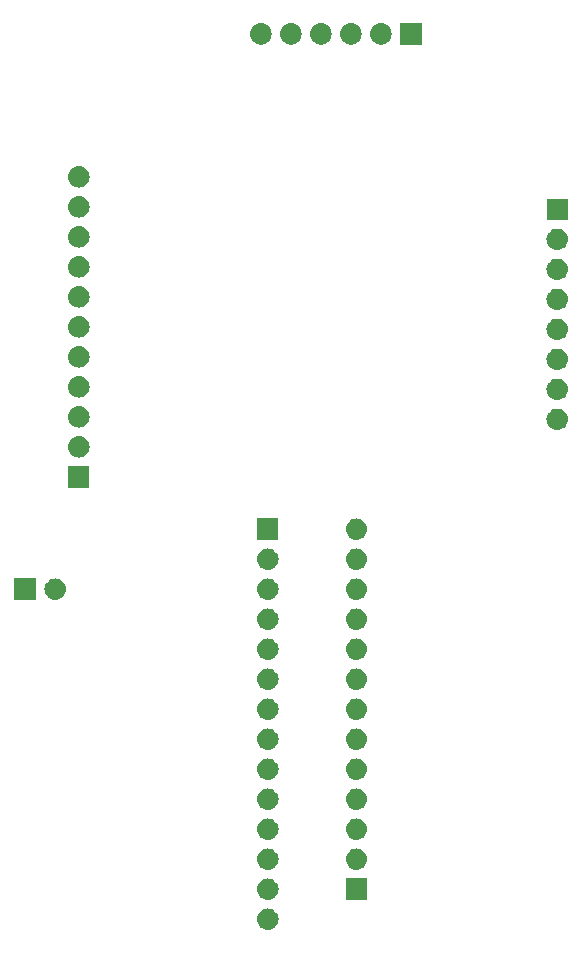
<source format=gbr>
G04 #@! TF.GenerationSoftware,KiCad,Pcbnew,5.1.2*
G04 #@! TF.CreationDate,2019-05-17T11:59:17-05:00*
G04 #@! TF.ProjectId,STM32F411Minimal,53544d33-3246-4343-9131-4d696e696d61,rev?*
G04 #@! TF.SameCoordinates,Original*
G04 #@! TF.FileFunction,Soldermask,Bot*
G04 #@! TF.FilePolarity,Negative*
%FSLAX46Y46*%
G04 Gerber Fmt 4.6, Leading zero omitted, Abs format (unit mm)*
G04 Created by KiCad (PCBNEW 5.1.2) date 2019-05-17 11:59:17*
%MOMM*%
%LPD*%
G04 APERTURE LIST*
%ADD10C,0.100000*%
G04 APERTURE END LIST*
D10*
G36*
X132110443Y-155545519D02*
G01*
X132176627Y-155552037D01*
X132346466Y-155603557D01*
X132502991Y-155687222D01*
X132538729Y-155716552D01*
X132640186Y-155799814D01*
X132723448Y-155901271D01*
X132752778Y-155937009D01*
X132836443Y-156093534D01*
X132887963Y-156263373D01*
X132905359Y-156440000D01*
X132887963Y-156616627D01*
X132836443Y-156786466D01*
X132752778Y-156942991D01*
X132723448Y-156978729D01*
X132640186Y-157080186D01*
X132538729Y-157163448D01*
X132502991Y-157192778D01*
X132346466Y-157276443D01*
X132176627Y-157327963D01*
X132110443Y-157334481D01*
X132044260Y-157341000D01*
X131955740Y-157341000D01*
X131889557Y-157334481D01*
X131823373Y-157327963D01*
X131653534Y-157276443D01*
X131497009Y-157192778D01*
X131461271Y-157163448D01*
X131359814Y-157080186D01*
X131276552Y-156978729D01*
X131247222Y-156942991D01*
X131163557Y-156786466D01*
X131112037Y-156616627D01*
X131094641Y-156440000D01*
X131112037Y-156263373D01*
X131163557Y-156093534D01*
X131247222Y-155937009D01*
X131276552Y-155901271D01*
X131359814Y-155799814D01*
X131461271Y-155716552D01*
X131497009Y-155687222D01*
X131653534Y-155603557D01*
X131823373Y-155552037D01*
X131889557Y-155545519D01*
X131955740Y-155539000D01*
X132044260Y-155539000D01*
X132110443Y-155545519D01*
X132110443Y-155545519D01*
G37*
G36*
X140401000Y-154801000D02*
G01*
X138599000Y-154801000D01*
X138599000Y-152999000D01*
X140401000Y-152999000D01*
X140401000Y-154801000D01*
X140401000Y-154801000D01*
G37*
G36*
X132110443Y-153005519D02*
G01*
X132176627Y-153012037D01*
X132346466Y-153063557D01*
X132502991Y-153147222D01*
X132538729Y-153176552D01*
X132640186Y-153259814D01*
X132723448Y-153361271D01*
X132752778Y-153397009D01*
X132836443Y-153553534D01*
X132887963Y-153723373D01*
X132905359Y-153900000D01*
X132887963Y-154076627D01*
X132836443Y-154246466D01*
X132752778Y-154402991D01*
X132723448Y-154438729D01*
X132640186Y-154540186D01*
X132538729Y-154623448D01*
X132502991Y-154652778D01*
X132346466Y-154736443D01*
X132176627Y-154787963D01*
X132110443Y-154794481D01*
X132044260Y-154801000D01*
X131955740Y-154801000D01*
X131889557Y-154794481D01*
X131823373Y-154787963D01*
X131653534Y-154736443D01*
X131497009Y-154652778D01*
X131461271Y-154623448D01*
X131359814Y-154540186D01*
X131276552Y-154438729D01*
X131247222Y-154402991D01*
X131163557Y-154246466D01*
X131112037Y-154076627D01*
X131094641Y-153900000D01*
X131112037Y-153723373D01*
X131163557Y-153553534D01*
X131247222Y-153397009D01*
X131276552Y-153361271D01*
X131359814Y-153259814D01*
X131461271Y-153176552D01*
X131497009Y-153147222D01*
X131653534Y-153063557D01*
X131823373Y-153012037D01*
X131889557Y-153005519D01*
X131955740Y-152999000D01*
X132044260Y-152999000D01*
X132110443Y-153005519D01*
X132110443Y-153005519D01*
G37*
G36*
X139610442Y-150465518D02*
G01*
X139676627Y-150472037D01*
X139846466Y-150523557D01*
X140002991Y-150607222D01*
X140038729Y-150636552D01*
X140140186Y-150719814D01*
X140223448Y-150821271D01*
X140252778Y-150857009D01*
X140336443Y-151013534D01*
X140387963Y-151183373D01*
X140405359Y-151360000D01*
X140387963Y-151536627D01*
X140336443Y-151706466D01*
X140252778Y-151862991D01*
X140223448Y-151898729D01*
X140140186Y-152000186D01*
X140038729Y-152083448D01*
X140002991Y-152112778D01*
X139846466Y-152196443D01*
X139676627Y-152247963D01*
X139610442Y-152254482D01*
X139544260Y-152261000D01*
X139455740Y-152261000D01*
X139389558Y-152254482D01*
X139323373Y-152247963D01*
X139153534Y-152196443D01*
X138997009Y-152112778D01*
X138961271Y-152083448D01*
X138859814Y-152000186D01*
X138776552Y-151898729D01*
X138747222Y-151862991D01*
X138663557Y-151706466D01*
X138612037Y-151536627D01*
X138594641Y-151360000D01*
X138612037Y-151183373D01*
X138663557Y-151013534D01*
X138747222Y-150857009D01*
X138776552Y-150821271D01*
X138859814Y-150719814D01*
X138961271Y-150636552D01*
X138997009Y-150607222D01*
X139153534Y-150523557D01*
X139323373Y-150472037D01*
X139389558Y-150465518D01*
X139455740Y-150459000D01*
X139544260Y-150459000D01*
X139610442Y-150465518D01*
X139610442Y-150465518D01*
G37*
G36*
X132110442Y-150465518D02*
G01*
X132176627Y-150472037D01*
X132346466Y-150523557D01*
X132502991Y-150607222D01*
X132538729Y-150636552D01*
X132640186Y-150719814D01*
X132723448Y-150821271D01*
X132752778Y-150857009D01*
X132836443Y-151013534D01*
X132887963Y-151183373D01*
X132905359Y-151360000D01*
X132887963Y-151536627D01*
X132836443Y-151706466D01*
X132752778Y-151862991D01*
X132723448Y-151898729D01*
X132640186Y-152000186D01*
X132538729Y-152083448D01*
X132502991Y-152112778D01*
X132346466Y-152196443D01*
X132176627Y-152247963D01*
X132110442Y-152254482D01*
X132044260Y-152261000D01*
X131955740Y-152261000D01*
X131889558Y-152254482D01*
X131823373Y-152247963D01*
X131653534Y-152196443D01*
X131497009Y-152112778D01*
X131461271Y-152083448D01*
X131359814Y-152000186D01*
X131276552Y-151898729D01*
X131247222Y-151862991D01*
X131163557Y-151706466D01*
X131112037Y-151536627D01*
X131094641Y-151360000D01*
X131112037Y-151183373D01*
X131163557Y-151013534D01*
X131247222Y-150857009D01*
X131276552Y-150821271D01*
X131359814Y-150719814D01*
X131461271Y-150636552D01*
X131497009Y-150607222D01*
X131653534Y-150523557D01*
X131823373Y-150472037D01*
X131889558Y-150465518D01*
X131955740Y-150459000D01*
X132044260Y-150459000D01*
X132110442Y-150465518D01*
X132110442Y-150465518D01*
G37*
G36*
X132110442Y-147925518D02*
G01*
X132176627Y-147932037D01*
X132346466Y-147983557D01*
X132502991Y-148067222D01*
X132538729Y-148096552D01*
X132640186Y-148179814D01*
X132723448Y-148281271D01*
X132752778Y-148317009D01*
X132836443Y-148473534D01*
X132887963Y-148643373D01*
X132905359Y-148820000D01*
X132887963Y-148996627D01*
X132836443Y-149166466D01*
X132752778Y-149322991D01*
X132723448Y-149358729D01*
X132640186Y-149460186D01*
X132538729Y-149543448D01*
X132502991Y-149572778D01*
X132346466Y-149656443D01*
X132176627Y-149707963D01*
X132110442Y-149714482D01*
X132044260Y-149721000D01*
X131955740Y-149721000D01*
X131889558Y-149714482D01*
X131823373Y-149707963D01*
X131653534Y-149656443D01*
X131497009Y-149572778D01*
X131461271Y-149543448D01*
X131359814Y-149460186D01*
X131276552Y-149358729D01*
X131247222Y-149322991D01*
X131163557Y-149166466D01*
X131112037Y-148996627D01*
X131094641Y-148820000D01*
X131112037Y-148643373D01*
X131163557Y-148473534D01*
X131247222Y-148317009D01*
X131276552Y-148281271D01*
X131359814Y-148179814D01*
X131461271Y-148096552D01*
X131497009Y-148067222D01*
X131653534Y-147983557D01*
X131823373Y-147932037D01*
X131889558Y-147925518D01*
X131955740Y-147919000D01*
X132044260Y-147919000D01*
X132110442Y-147925518D01*
X132110442Y-147925518D01*
G37*
G36*
X139610442Y-147925518D02*
G01*
X139676627Y-147932037D01*
X139846466Y-147983557D01*
X140002991Y-148067222D01*
X140038729Y-148096552D01*
X140140186Y-148179814D01*
X140223448Y-148281271D01*
X140252778Y-148317009D01*
X140336443Y-148473534D01*
X140387963Y-148643373D01*
X140405359Y-148820000D01*
X140387963Y-148996627D01*
X140336443Y-149166466D01*
X140252778Y-149322991D01*
X140223448Y-149358729D01*
X140140186Y-149460186D01*
X140038729Y-149543448D01*
X140002991Y-149572778D01*
X139846466Y-149656443D01*
X139676627Y-149707963D01*
X139610442Y-149714482D01*
X139544260Y-149721000D01*
X139455740Y-149721000D01*
X139389558Y-149714482D01*
X139323373Y-149707963D01*
X139153534Y-149656443D01*
X138997009Y-149572778D01*
X138961271Y-149543448D01*
X138859814Y-149460186D01*
X138776552Y-149358729D01*
X138747222Y-149322991D01*
X138663557Y-149166466D01*
X138612037Y-148996627D01*
X138594641Y-148820000D01*
X138612037Y-148643373D01*
X138663557Y-148473534D01*
X138747222Y-148317009D01*
X138776552Y-148281271D01*
X138859814Y-148179814D01*
X138961271Y-148096552D01*
X138997009Y-148067222D01*
X139153534Y-147983557D01*
X139323373Y-147932037D01*
X139389558Y-147925518D01*
X139455740Y-147919000D01*
X139544260Y-147919000D01*
X139610442Y-147925518D01*
X139610442Y-147925518D01*
G37*
G36*
X139610443Y-145385519D02*
G01*
X139676627Y-145392037D01*
X139846466Y-145443557D01*
X140002991Y-145527222D01*
X140038729Y-145556552D01*
X140140186Y-145639814D01*
X140223448Y-145741271D01*
X140252778Y-145777009D01*
X140336443Y-145933534D01*
X140387963Y-146103373D01*
X140405359Y-146280000D01*
X140387963Y-146456627D01*
X140336443Y-146626466D01*
X140252778Y-146782991D01*
X140223448Y-146818729D01*
X140140186Y-146920186D01*
X140038729Y-147003448D01*
X140002991Y-147032778D01*
X139846466Y-147116443D01*
X139676627Y-147167963D01*
X139610443Y-147174481D01*
X139544260Y-147181000D01*
X139455740Y-147181000D01*
X139389557Y-147174481D01*
X139323373Y-147167963D01*
X139153534Y-147116443D01*
X138997009Y-147032778D01*
X138961271Y-147003448D01*
X138859814Y-146920186D01*
X138776552Y-146818729D01*
X138747222Y-146782991D01*
X138663557Y-146626466D01*
X138612037Y-146456627D01*
X138594641Y-146280000D01*
X138612037Y-146103373D01*
X138663557Y-145933534D01*
X138747222Y-145777009D01*
X138776552Y-145741271D01*
X138859814Y-145639814D01*
X138961271Y-145556552D01*
X138997009Y-145527222D01*
X139153534Y-145443557D01*
X139323373Y-145392037D01*
X139389557Y-145385519D01*
X139455740Y-145379000D01*
X139544260Y-145379000D01*
X139610443Y-145385519D01*
X139610443Y-145385519D01*
G37*
G36*
X132110443Y-145385519D02*
G01*
X132176627Y-145392037D01*
X132346466Y-145443557D01*
X132502991Y-145527222D01*
X132538729Y-145556552D01*
X132640186Y-145639814D01*
X132723448Y-145741271D01*
X132752778Y-145777009D01*
X132836443Y-145933534D01*
X132887963Y-146103373D01*
X132905359Y-146280000D01*
X132887963Y-146456627D01*
X132836443Y-146626466D01*
X132752778Y-146782991D01*
X132723448Y-146818729D01*
X132640186Y-146920186D01*
X132538729Y-147003448D01*
X132502991Y-147032778D01*
X132346466Y-147116443D01*
X132176627Y-147167963D01*
X132110443Y-147174481D01*
X132044260Y-147181000D01*
X131955740Y-147181000D01*
X131889557Y-147174481D01*
X131823373Y-147167963D01*
X131653534Y-147116443D01*
X131497009Y-147032778D01*
X131461271Y-147003448D01*
X131359814Y-146920186D01*
X131276552Y-146818729D01*
X131247222Y-146782991D01*
X131163557Y-146626466D01*
X131112037Y-146456627D01*
X131094641Y-146280000D01*
X131112037Y-146103373D01*
X131163557Y-145933534D01*
X131247222Y-145777009D01*
X131276552Y-145741271D01*
X131359814Y-145639814D01*
X131461271Y-145556552D01*
X131497009Y-145527222D01*
X131653534Y-145443557D01*
X131823373Y-145392037D01*
X131889557Y-145385519D01*
X131955740Y-145379000D01*
X132044260Y-145379000D01*
X132110443Y-145385519D01*
X132110443Y-145385519D01*
G37*
G36*
X132110442Y-142845518D02*
G01*
X132176627Y-142852037D01*
X132346466Y-142903557D01*
X132502991Y-142987222D01*
X132538729Y-143016552D01*
X132640186Y-143099814D01*
X132723448Y-143201271D01*
X132752778Y-143237009D01*
X132836443Y-143393534D01*
X132887963Y-143563373D01*
X132905359Y-143740000D01*
X132887963Y-143916627D01*
X132836443Y-144086466D01*
X132752778Y-144242991D01*
X132723448Y-144278729D01*
X132640186Y-144380186D01*
X132538729Y-144463448D01*
X132502991Y-144492778D01*
X132346466Y-144576443D01*
X132176627Y-144627963D01*
X132110442Y-144634482D01*
X132044260Y-144641000D01*
X131955740Y-144641000D01*
X131889558Y-144634482D01*
X131823373Y-144627963D01*
X131653534Y-144576443D01*
X131497009Y-144492778D01*
X131461271Y-144463448D01*
X131359814Y-144380186D01*
X131276552Y-144278729D01*
X131247222Y-144242991D01*
X131163557Y-144086466D01*
X131112037Y-143916627D01*
X131094641Y-143740000D01*
X131112037Y-143563373D01*
X131163557Y-143393534D01*
X131247222Y-143237009D01*
X131276552Y-143201271D01*
X131359814Y-143099814D01*
X131461271Y-143016552D01*
X131497009Y-142987222D01*
X131653534Y-142903557D01*
X131823373Y-142852037D01*
X131889558Y-142845518D01*
X131955740Y-142839000D01*
X132044260Y-142839000D01*
X132110442Y-142845518D01*
X132110442Y-142845518D01*
G37*
G36*
X139610442Y-142845518D02*
G01*
X139676627Y-142852037D01*
X139846466Y-142903557D01*
X140002991Y-142987222D01*
X140038729Y-143016552D01*
X140140186Y-143099814D01*
X140223448Y-143201271D01*
X140252778Y-143237009D01*
X140336443Y-143393534D01*
X140387963Y-143563373D01*
X140405359Y-143740000D01*
X140387963Y-143916627D01*
X140336443Y-144086466D01*
X140252778Y-144242991D01*
X140223448Y-144278729D01*
X140140186Y-144380186D01*
X140038729Y-144463448D01*
X140002991Y-144492778D01*
X139846466Y-144576443D01*
X139676627Y-144627963D01*
X139610442Y-144634482D01*
X139544260Y-144641000D01*
X139455740Y-144641000D01*
X139389558Y-144634482D01*
X139323373Y-144627963D01*
X139153534Y-144576443D01*
X138997009Y-144492778D01*
X138961271Y-144463448D01*
X138859814Y-144380186D01*
X138776552Y-144278729D01*
X138747222Y-144242991D01*
X138663557Y-144086466D01*
X138612037Y-143916627D01*
X138594641Y-143740000D01*
X138612037Y-143563373D01*
X138663557Y-143393534D01*
X138747222Y-143237009D01*
X138776552Y-143201271D01*
X138859814Y-143099814D01*
X138961271Y-143016552D01*
X138997009Y-142987222D01*
X139153534Y-142903557D01*
X139323373Y-142852037D01*
X139389558Y-142845518D01*
X139455740Y-142839000D01*
X139544260Y-142839000D01*
X139610442Y-142845518D01*
X139610442Y-142845518D01*
G37*
G36*
X132110442Y-140305518D02*
G01*
X132176627Y-140312037D01*
X132346466Y-140363557D01*
X132502991Y-140447222D01*
X132538729Y-140476552D01*
X132640186Y-140559814D01*
X132723448Y-140661271D01*
X132752778Y-140697009D01*
X132836443Y-140853534D01*
X132887963Y-141023373D01*
X132905359Y-141200000D01*
X132887963Y-141376627D01*
X132836443Y-141546466D01*
X132752778Y-141702991D01*
X132723448Y-141738729D01*
X132640186Y-141840186D01*
X132538729Y-141923448D01*
X132502991Y-141952778D01*
X132346466Y-142036443D01*
X132176627Y-142087963D01*
X132110442Y-142094482D01*
X132044260Y-142101000D01*
X131955740Y-142101000D01*
X131889558Y-142094482D01*
X131823373Y-142087963D01*
X131653534Y-142036443D01*
X131497009Y-141952778D01*
X131461271Y-141923448D01*
X131359814Y-141840186D01*
X131276552Y-141738729D01*
X131247222Y-141702991D01*
X131163557Y-141546466D01*
X131112037Y-141376627D01*
X131094641Y-141200000D01*
X131112037Y-141023373D01*
X131163557Y-140853534D01*
X131247222Y-140697009D01*
X131276552Y-140661271D01*
X131359814Y-140559814D01*
X131461271Y-140476552D01*
X131497009Y-140447222D01*
X131653534Y-140363557D01*
X131823373Y-140312037D01*
X131889558Y-140305518D01*
X131955740Y-140299000D01*
X132044260Y-140299000D01*
X132110442Y-140305518D01*
X132110442Y-140305518D01*
G37*
G36*
X139610442Y-140305518D02*
G01*
X139676627Y-140312037D01*
X139846466Y-140363557D01*
X140002991Y-140447222D01*
X140038729Y-140476552D01*
X140140186Y-140559814D01*
X140223448Y-140661271D01*
X140252778Y-140697009D01*
X140336443Y-140853534D01*
X140387963Y-141023373D01*
X140405359Y-141200000D01*
X140387963Y-141376627D01*
X140336443Y-141546466D01*
X140252778Y-141702991D01*
X140223448Y-141738729D01*
X140140186Y-141840186D01*
X140038729Y-141923448D01*
X140002991Y-141952778D01*
X139846466Y-142036443D01*
X139676627Y-142087963D01*
X139610442Y-142094482D01*
X139544260Y-142101000D01*
X139455740Y-142101000D01*
X139389558Y-142094482D01*
X139323373Y-142087963D01*
X139153534Y-142036443D01*
X138997009Y-141952778D01*
X138961271Y-141923448D01*
X138859814Y-141840186D01*
X138776552Y-141738729D01*
X138747222Y-141702991D01*
X138663557Y-141546466D01*
X138612037Y-141376627D01*
X138594641Y-141200000D01*
X138612037Y-141023373D01*
X138663557Y-140853534D01*
X138747222Y-140697009D01*
X138776552Y-140661271D01*
X138859814Y-140559814D01*
X138961271Y-140476552D01*
X138997009Y-140447222D01*
X139153534Y-140363557D01*
X139323373Y-140312037D01*
X139389558Y-140305518D01*
X139455740Y-140299000D01*
X139544260Y-140299000D01*
X139610442Y-140305518D01*
X139610442Y-140305518D01*
G37*
G36*
X132110443Y-137765519D02*
G01*
X132176627Y-137772037D01*
X132346466Y-137823557D01*
X132502991Y-137907222D01*
X132538729Y-137936552D01*
X132640186Y-138019814D01*
X132723448Y-138121271D01*
X132752778Y-138157009D01*
X132836443Y-138313534D01*
X132887963Y-138483373D01*
X132905359Y-138660000D01*
X132887963Y-138836627D01*
X132836443Y-139006466D01*
X132752778Y-139162991D01*
X132723448Y-139198729D01*
X132640186Y-139300186D01*
X132538729Y-139383448D01*
X132502991Y-139412778D01*
X132346466Y-139496443D01*
X132176627Y-139547963D01*
X132110443Y-139554481D01*
X132044260Y-139561000D01*
X131955740Y-139561000D01*
X131889557Y-139554481D01*
X131823373Y-139547963D01*
X131653534Y-139496443D01*
X131497009Y-139412778D01*
X131461271Y-139383448D01*
X131359814Y-139300186D01*
X131276552Y-139198729D01*
X131247222Y-139162991D01*
X131163557Y-139006466D01*
X131112037Y-138836627D01*
X131094641Y-138660000D01*
X131112037Y-138483373D01*
X131163557Y-138313534D01*
X131247222Y-138157009D01*
X131276552Y-138121271D01*
X131359814Y-138019814D01*
X131461271Y-137936552D01*
X131497009Y-137907222D01*
X131653534Y-137823557D01*
X131823373Y-137772037D01*
X131889557Y-137765519D01*
X131955740Y-137759000D01*
X132044260Y-137759000D01*
X132110443Y-137765519D01*
X132110443Y-137765519D01*
G37*
G36*
X139610443Y-137765519D02*
G01*
X139676627Y-137772037D01*
X139846466Y-137823557D01*
X140002991Y-137907222D01*
X140038729Y-137936552D01*
X140140186Y-138019814D01*
X140223448Y-138121271D01*
X140252778Y-138157009D01*
X140336443Y-138313534D01*
X140387963Y-138483373D01*
X140405359Y-138660000D01*
X140387963Y-138836627D01*
X140336443Y-139006466D01*
X140252778Y-139162991D01*
X140223448Y-139198729D01*
X140140186Y-139300186D01*
X140038729Y-139383448D01*
X140002991Y-139412778D01*
X139846466Y-139496443D01*
X139676627Y-139547963D01*
X139610443Y-139554481D01*
X139544260Y-139561000D01*
X139455740Y-139561000D01*
X139389557Y-139554481D01*
X139323373Y-139547963D01*
X139153534Y-139496443D01*
X138997009Y-139412778D01*
X138961271Y-139383448D01*
X138859814Y-139300186D01*
X138776552Y-139198729D01*
X138747222Y-139162991D01*
X138663557Y-139006466D01*
X138612037Y-138836627D01*
X138594641Y-138660000D01*
X138612037Y-138483373D01*
X138663557Y-138313534D01*
X138747222Y-138157009D01*
X138776552Y-138121271D01*
X138859814Y-138019814D01*
X138961271Y-137936552D01*
X138997009Y-137907222D01*
X139153534Y-137823557D01*
X139323373Y-137772037D01*
X139389557Y-137765519D01*
X139455740Y-137759000D01*
X139544260Y-137759000D01*
X139610443Y-137765519D01*
X139610443Y-137765519D01*
G37*
G36*
X132110443Y-135225519D02*
G01*
X132176627Y-135232037D01*
X132346466Y-135283557D01*
X132502991Y-135367222D01*
X132538729Y-135396552D01*
X132640186Y-135479814D01*
X132723448Y-135581271D01*
X132752778Y-135617009D01*
X132836443Y-135773534D01*
X132887963Y-135943373D01*
X132905359Y-136120000D01*
X132887963Y-136296627D01*
X132836443Y-136466466D01*
X132752778Y-136622991D01*
X132723448Y-136658729D01*
X132640186Y-136760186D01*
X132538729Y-136843448D01*
X132502991Y-136872778D01*
X132346466Y-136956443D01*
X132176627Y-137007963D01*
X132110442Y-137014482D01*
X132044260Y-137021000D01*
X131955740Y-137021000D01*
X131889558Y-137014482D01*
X131823373Y-137007963D01*
X131653534Y-136956443D01*
X131497009Y-136872778D01*
X131461271Y-136843448D01*
X131359814Y-136760186D01*
X131276552Y-136658729D01*
X131247222Y-136622991D01*
X131163557Y-136466466D01*
X131112037Y-136296627D01*
X131094641Y-136120000D01*
X131112037Y-135943373D01*
X131163557Y-135773534D01*
X131247222Y-135617009D01*
X131276552Y-135581271D01*
X131359814Y-135479814D01*
X131461271Y-135396552D01*
X131497009Y-135367222D01*
X131653534Y-135283557D01*
X131823373Y-135232037D01*
X131889557Y-135225519D01*
X131955740Y-135219000D01*
X132044260Y-135219000D01*
X132110443Y-135225519D01*
X132110443Y-135225519D01*
G37*
G36*
X139610443Y-135225519D02*
G01*
X139676627Y-135232037D01*
X139846466Y-135283557D01*
X140002991Y-135367222D01*
X140038729Y-135396552D01*
X140140186Y-135479814D01*
X140223448Y-135581271D01*
X140252778Y-135617009D01*
X140336443Y-135773534D01*
X140387963Y-135943373D01*
X140405359Y-136120000D01*
X140387963Y-136296627D01*
X140336443Y-136466466D01*
X140252778Y-136622991D01*
X140223448Y-136658729D01*
X140140186Y-136760186D01*
X140038729Y-136843448D01*
X140002991Y-136872778D01*
X139846466Y-136956443D01*
X139676627Y-137007963D01*
X139610442Y-137014482D01*
X139544260Y-137021000D01*
X139455740Y-137021000D01*
X139389558Y-137014482D01*
X139323373Y-137007963D01*
X139153534Y-136956443D01*
X138997009Y-136872778D01*
X138961271Y-136843448D01*
X138859814Y-136760186D01*
X138776552Y-136658729D01*
X138747222Y-136622991D01*
X138663557Y-136466466D01*
X138612037Y-136296627D01*
X138594641Y-136120000D01*
X138612037Y-135943373D01*
X138663557Y-135773534D01*
X138747222Y-135617009D01*
X138776552Y-135581271D01*
X138859814Y-135479814D01*
X138961271Y-135396552D01*
X138997009Y-135367222D01*
X139153534Y-135283557D01*
X139323373Y-135232037D01*
X139389557Y-135225519D01*
X139455740Y-135219000D01*
X139544260Y-135219000D01*
X139610443Y-135225519D01*
X139610443Y-135225519D01*
G37*
G36*
X132110443Y-132685519D02*
G01*
X132176627Y-132692037D01*
X132346466Y-132743557D01*
X132502991Y-132827222D01*
X132538729Y-132856552D01*
X132640186Y-132939814D01*
X132723448Y-133041271D01*
X132752778Y-133077009D01*
X132836443Y-133233534D01*
X132887963Y-133403373D01*
X132905359Y-133580000D01*
X132887963Y-133756627D01*
X132836443Y-133926466D01*
X132752778Y-134082991D01*
X132723448Y-134118729D01*
X132640186Y-134220186D01*
X132538729Y-134303448D01*
X132502991Y-134332778D01*
X132346466Y-134416443D01*
X132176627Y-134467963D01*
X132110443Y-134474481D01*
X132044260Y-134481000D01*
X131955740Y-134481000D01*
X131889557Y-134474481D01*
X131823373Y-134467963D01*
X131653534Y-134416443D01*
X131497009Y-134332778D01*
X131461271Y-134303448D01*
X131359814Y-134220186D01*
X131276552Y-134118729D01*
X131247222Y-134082991D01*
X131163557Y-133926466D01*
X131112037Y-133756627D01*
X131094641Y-133580000D01*
X131112037Y-133403373D01*
X131163557Y-133233534D01*
X131247222Y-133077009D01*
X131276552Y-133041271D01*
X131359814Y-132939814D01*
X131461271Y-132856552D01*
X131497009Y-132827222D01*
X131653534Y-132743557D01*
X131823373Y-132692037D01*
X131889557Y-132685519D01*
X131955740Y-132679000D01*
X132044260Y-132679000D01*
X132110443Y-132685519D01*
X132110443Y-132685519D01*
G37*
G36*
X139610443Y-132685519D02*
G01*
X139676627Y-132692037D01*
X139846466Y-132743557D01*
X140002991Y-132827222D01*
X140038729Y-132856552D01*
X140140186Y-132939814D01*
X140223448Y-133041271D01*
X140252778Y-133077009D01*
X140336443Y-133233534D01*
X140387963Y-133403373D01*
X140405359Y-133580000D01*
X140387963Y-133756627D01*
X140336443Y-133926466D01*
X140252778Y-134082991D01*
X140223448Y-134118729D01*
X140140186Y-134220186D01*
X140038729Y-134303448D01*
X140002991Y-134332778D01*
X139846466Y-134416443D01*
X139676627Y-134467963D01*
X139610443Y-134474481D01*
X139544260Y-134481000D01*
X139455740Y-134481000D01*
X139389557Y-134474481D01*
X139323373Y-134467963D01*
X139153534Y-134416443D01*
X138997009Y-134332778D01*
X138961271Y-134303448D01*
X138859814Y-134220186D01*
X138776552Y-134118729D01*
X138747222Y-134082991D01*
X138663557Y-133926466D01*
X138612037Y-133756627D01*
X138594641Y-133580000D01*
X138612037Y-133403373D01*
X138663557Y-133233534D01*
X138747222Y-133077009D01*
X138776552Y-133041271D01*
X138859814Y-132939814D01*
X138961271Y-132856552D01*
X138997009Y-132827222D01*
X139153534Y-132743557D01*
X139323373Y-132692037D01*
X139389557Y-132685519D01*
X139455740Y-132679000D01*
X139544260Y-132679000D01*
X139610443Y-132685519D01*
X139610443Y-132685519D01*
G37*
G36*
X139610442Y-130145518D02*
G01*
X139676627Y-130152037D01*
X139846466Y-130203557D01*
X140002991Y-130287222D01*
X140038729Y-130316552D01*
X140140186Y-130399814D01*
X140223448Y-130501271D01*
X140252778Y-130537009D01*
X140336443Y-130693534D01*
X140387963Y-130863373D01*
X140405359Y-131040000D01*
X140387963Y-131216627D01*
X140336443Y-131386466D01*
X140252778Y-131542991D01*
X140223448Y-131578729D01*
X140140186Y-131680186D01*
X140038729Y-131763448D01*
X140002991Y-131792778D01*
X139846466Y-131876443D01*
X139676627Y-131927963D01*
X139610443Y-131934481D01*
X139544260Y-131941000D01*
X139455740Y-131941000D01*
X139389557Y-131934481D01*
X139323373Y-131927963D01*
X139153534Y-131876443D01*
X138997009Y-131792778D01*
X138961271Y-131763448D01*
X138859814Y-131680186D01*
X138776552Y-131578729D01*
X138747222Y-131542991D01*
X138663557Y-131386466D01*
X138612037Y-131216627D01*
X138594641Y-131040000D01*
X138612037Y-130863373D01*
X138663557Y-130693534D01*
X138747222Y-130537009D01*
X138776552Y-130501271D01*
X138859814Y-130399814D01*
X138961271Y-130316552D01*
X138997009Y-130287222D01*
X139153534Y-130203557D01*
X139323373Y-130152037D01*
X139389558Y-130145518D01*
X139455740Y-130139000D01*
X139544260Y-130139000D01*
X139610442Y-130145518D01*
X139610442Y-130145518D01*
G37*
G36*
X132110442Y-130145518D02*
G01*
X132176627Y-130152037D01*
X132346466Y-130203557D01*
X132502991Y-130287222D01*
X132538729Y-130316552D01*
X132640186Y-130399814D01*
X132723448Y-130501271D01*
X132752778Y-130537009D01*
X132836443Y-130693534D01*
X132887963Y-130863373D01*
X132905359Y-131040000D01*
X132887963Y-131216627D01*
X132836443Y-131386466D01*
X132752778Y-131542991D01*
X132723448Y-131578729D01*
X132640186Y-131680186D01*
X132538729Y-131763448D01*
X132502991Y-131792778D01*
X132346466Y-131876443D01*
X132176627Y-131927963D01*
X132110443Y-131934481D01*
X132044260Y-131941000D01*
X131955740Y-131941000D01*
X131889557Y-131934481D01*
X131823373Y-131927963D01*
X131653534Y-131876443D01*
X131497009Y-131792778D01*
X131461271Y-131763448D01*
X131359814Y-131680186D01*
X131276552Y-131578729D01*
X131247222Y-131542991D01*
X131163557Y-131386466D01*
X131112037Y-131216627D01*
X131094641Y-131040000D01*
X131112037Y-130863373D01*
X131163557Y-130693534D01*
X131247222Y-130537009D01*
X131276552Y-130501271D01*
X131359814Y-130399814D01*
X131461271Y-130316552D01*
X131497009Y-130287222D01*
X131653534Y-130203557D01*
X131823373Y-130152037D01*
X131889558Y-130145518D01*
X131955740Y-130139000D01*
X132044260Y-130139000D01*
X132110442Y-130145518D01*
X132110442Y-130145518D01*
G37*
G36*
X114100442Y-127605518D02*
G01*
X114166627Y-127612037D01*
X114336466Y-127663557D01*
X114492991Y-127747222D01*
X114528729Y-127776552D01*
X114630186Y-127859814D01*
X114713448Y-127961271D01*
X114742778Y-127997009D01*
X114826443Y-128153534D01*
X114877963Y-128323373D01*
X114895359Y-128500000D01*
X114877963Y-128676627D01*
X114826443Y-128846466D01*
X114742778Y-129002991D01*
X114713448Y-129038729D01*
X114630186Y-129140186D01*
X114528729Y-129223448D01*
X114492991Y-129252778D01*
X114336466Y-129336443D01*
X114166627Y-129387963D01*
X114100442Y-129394482D01*
X114034260Y-129401000D01*
X113945740Y-129401000D01*
X113879558Y-129394482D01*
X113813373Y-129387963D01*
X113643534Y-129336443D01*
X113487009Y-129252778D01*
X113451271Y-129223448D01*
X113349814Y-129140186D01*
X113266552Y-129038729D01*
X113237222Y-129002991D01*
X113153557Y-128846466D01*
X113102037Y-128676627D01*
X113084641Y-128500000D01*
X113102037Y-128323373D01*
X113153557Y-128153534D01*
X113237222Y-127997009D01*
X113266552Y-127961271D01*
X113349814Y-127859814D01*
X113451271Y-127776552D01*
X113487009Y-127747222D01*
X113643534Y-127663557D01*
X113813373Y-127612037D01*
X113879558Y-127605518D01*
X113945740Y-127599000D01*
X114034260Y-127599000D01*
X114100442Y-127605518D01*
X114100442Y-127605518D01*
G37*
G36*
X132110442Y-127605518D02*
G01*
X132176627Y-127612037D01*
X132346466Y-127663557D01*
X132502991Y-127747222D01*
X132538729Y-127776552D01*
X132640186Y-127859814D01*
X132723448Y-127961271D01*
X132752778Y-127997009D01*
X132836443Y-128153534D01*
X132887963Y-128323373D01*
X132905359Y-128500000D01*
X132887963Y-128676627D01*
X132836443Y-128846466D01*
X132752778Y-129002991D01*
X132723448Y-129038729D01*
X132640186Y-129140186D01*
X132538729Y-129223448D01*
X132502991Y-129252778D01*
X132346466Y-129336443D01*
X132176627Y-129387963D01*
X132110442Y-129394482D01*
X132044260Y-129401000D01*
X131955740Y-129401000D01*
X131889558Y-129394482D01*
X131823373Y-129387963D01*
X131653534Y-129336443D01*
X131497009Y-129252778D01*
X131461271Y-129223448D01*
X131359814Y-129140186D01*
X131276552Y-129038729D01*
X131247222Y-129002991D01*
X131163557Y-128846466D01*
X131112037Y-128676627D01*
X131094641Y-128500000D01*
X131112037Y-128323373D01*
X131163557Y-128153534D01*
X131247222Y-127997009D01*
X131276552Y-127961271D01*
X131359814Y-127859814D01*
X131461271Y-127776552D01*
X131497009Y-127747222D01*
X131653534Y-127663557D01*
X131823373Y-127612037D01*
X131889558Y-127605518D01*
X131955740Y-127599000D01*
X132044260Y-127599000D01*
X132110442Y-127605518D01*
X132110442Y-127605518D01*
G37*
G36*
X139610442Y-127605518D02*
G01*
X139676627Y-127612037D01*
X139846466Y-127663557D01*
X140002991Y-127747222D01*
X140038729Y-127776552D01*
X140140186Y-127859814D01*
X140223448Y-127961271D01*
X140252778Y-127997009D01*
X140336443Y-128153534D01*
X140387963Y-128323373D01*
X140405359Y-128500000D01*
X140387963Y-128676627D01*
X140336443Y-128846466D01*
X140252778Y-129002991D01*
X140223448Y-129038729D01*
X140140186Y-129140186D01*
X140038729Y-129223448D01*
X140002991Y-129252778D01*
X139846466Y-129336443D01*
X139676627Y-129387963D01*
X139610442Y-129394482D01*
X139544260Y-129401000D01*
X139455740Y-129401000D01*
X139389558Y-129394482D01*
X139323373Y-129387963D01*
X139153534Y-129336443D01*
X138997009Y-129252778D01*
X138961271Y-129223448D01*
X138859814Y-129140186D01*
X138776552Y-129038729D01*
X138747222Y-129002991D01*
X138663557Y-128846466D01*
X138612037Y-128676627D01*
X138594641Y-128500000D01*
X138612037Y-128323373D01*
X138663557Y-128153534D01*
X138747222Y-127997009D01*
X138776552Y-127961271D01*
X138859814Y-127859814D01*
X138961271Y-127776552D01*
X138997009Y-127747222D01*
X139153534Y-127663557D01*
X139323373Y-127612037D01*
X139389558Y-127605518D01*
X139455740Y-127599000D01*
X139544260Y-127599000D01*
X139610442Y-127605518D01*
X139610442Y-127605518D01*
G37*
G36*
X112351000Y-129401000D02*
G01*
X110549000Y-129401000D01*
X110549000Y-127599000D01*
X112351000Y-127599000D01*
X112351000Y-129401000D01*
X112351000Y-129401000D01*
G37*
G36*
X139610443Y-125065519D02*
G01*
X139676627Y-125072037D01*
X139846466Y-125123557D01*
X140002991Y-125207222D01*
X140038729Y-125236552D01*
X140140186Y-125319814D01*
X140223448Y-125421271D01*
X140252778Y-125457009D01*
X140336443Y-125613534D01*
X140387963Y-125783373D01*
X140405359Y-125960000D01*
X140387963Y-126136627D01*
X140336443Y-126306466D01*
X140252778Y-126462991D01*
X140223448Y-126498729D01*
X140140186Y-126600186D01*
X140038729Y-126683448D01*
X140002991Y-126712778D01*
X139846466Y-126796443D01*
X139676627Y-126847963D01*
X139610442Y-126854482D01*
X139544260Y-126861000D01*
X139455740Y-126861000D01*
X139389558Y-126854482D01*
X139323373Y-126847963D01*
X139153534Y-126796443D01*
X138997009Y-126712778D01*
X138961271Y-126683448D01*
X138859814Y-126600186D01*
X138776552Y-126498729D01*
X138747222Y-126462991D01*
X138663557Y-126306466D01*
X138612037Y-126136627D01*
X138594641Y-125960000D01*
X138612037Y-125783373D01*
X138663557Y-125613534D01*
X138747222Y-125457009D01*
X138776552Y-125421271D01*
X138859814Y-125319814D01*
X138961271Y-125236552D01*
X138997009Y-125207222D01*
X139153534Y-125123557D01*
X139323373Y-125072037D01*
X139389557Y-125065519D01*
X139455740Y-125059000D01*
X139544260Y-125059000D01*
X139610443Y-125065519D01*
X139610443Y-125065519D01*
G37*
G36*
X132110443Y-125065519D02*
G01*
X132176627Y-125072037D01*
X132346466Y-125123557D01*
X132502991Y-125207222D01*
X132538729Y-125236552D01*
X132640186Y-125319814D01*
X132723448Y-125421271D01*
X132752778Y-125457009D01*
X132836443Y-125613534D01*
X132887963Y-125783373D01*
X132905359Y-125960000D01*
X132887963Y-126136627D01*
X132836443Y-126306466D01*
X132752778Y-126462991D01*
X132723448Y-126498729D01*
X132640186Y-126600186D01*
X132538729Y-126683448D01*
X132502991Y-126712778D01*
X132346466Y-126796443D01*
X132176627Y-126847963D01*
X132110442Y-126854482D01*
X132044260Y-126861000D01*
X131955740Y-126861000D01*
X131889558Y-126854482D01*
X131823373Y-126847963D01*
X131653534Y-126796443D01*
X131497009Y-126712778D01*
X131461271Y-126683448D01*
X131359814Y-126600186D01*
X131276552Y-126498729D01*
X131247222Y-126462991D01*
X131163557Y-126306466D01*
X131112037Y-126136627D01*
X131094641Y-125960000D01*
X131112037Y-125783373D01*
X131163557Y-125613534D01*
X131247222Y-125457009D01*
X131276552Y-125421271D01*
X131359814Y-125319814D01*
X131461271Y-125236552D01*
X131497009Y-125207222D01*
X131653534Y-125123557D01*
X131823373Y-125072037D01*
X131889557Y-125065519D01*
X131955740Y-125059000D01*
X132044260Y-125059000D01*
X132110443Y-125065519D01*
X132110443Y-125065519D01*
G37*
G36*
X132901000Y-124321000D02*
G01*
X131099000Y-124321000D01*
X131099000Y-122519000D01*
X132901000Y-122519000D01*
X132901000Y-124321000D01*
X132901000Y-124321000D01*
G37*
G36*
X139610442Y-122525518D02*
G01*
X139676627Y-122532037D01*
X139846466Y-122583557D01*
X140002991Y-122667222D01*
X140038729Y-122696552D01*
X140140186Y-122779814D01*
X140223448Y-122881271D01*
X140252778Y-122917009D01*
X140336443Y-123073534D01*
X140387963Y-123243373D01*
X140405359Y-123420000D01*
X140387963Y-123596627D01*
X140336443Y-123766466D01*
X140252778Y-123922991D01*
X140223448Y-123958729D01*
X140140186Y-124060186D01*
X140038729Y-124143448D01*
X140002991Y-124172778D01*
X139846466Y-124256443D01*
X139676627Y-124307963D01*
X139610443Y-124314481D01*
X139544260Y-124321000D01*
X139455740Y-124321000D01*
X139389557Y-124314481D01*
X139323373Y-124307963D01*
X139153534Y-124256443D01*
X138997009Y-124172778D01*
X138961271Y-124143448D01*
X138859814Y-124060186D01*
X138776552Y-123958729D01*
X138747222Y-123922991D01*
X138663557Y-123766466D01*
X138612037Y-123596627D01*
X138594641Y-123420000D01*
X138612037Y-123243373D01*
X138663557Y-123073534D01*
X138747222Y-122917009D01*
X138776552Y-122881271D01*
X138859814Y-122779814D01*
X138961271Y-122696552D01*
X138997009Y-122667222D01*
X139153534Y-122583557D01*
X139323373Y-122532037D01*
X139389558Y-122525518D01*
X139455740Y-122519000D01*
X139544260Y-122519000D01*
X139610442Y-122525518D01*
X139610442Y-122525518D01*
G37*
G36*
X116901000Y-119901000D02*
G01*
X115099000Y-119901000D01*
X115099000Y-118099000D01*
X116901000Y-118099000D01*
X116901000Y-119901000D01*
X116901000Y-119901000D01*
G37*
G36*
X116110442Y-115565518D02*
G01*
X116176627Y-115572037D01*
X116346466Y-115623557D01*
X116502991Y-115707222D01*
X116538729Y-115736552D01*
X116640186Y-115819814D01*
X116723448Y-115921271D01*
X116752778Y-115957009D01*
X116836443Y-116113534D01*
X116887963Y-116283373D01*
X116905359Y-116460000D01*
X116887963Y-116636627D01*
X116836443Y-116806466D01*
X116752778Y-116962991D01*
X116723448Y-116998729D01*
X116640186Y-117100186D01*
X116538729Y-117183448D01*
X116502991Y-117212778D01*
X116346466Y-117296443D01*
X116176627Y-117347963D01*
X116110442Y-117354482D01*
X116044260Y-117361000D01*
X115955740Y-117361000D01*
X115889558Y-117354482D01*
X115823373Y-117347963D01*
X115653534Y-117296443D01*
X115497009Y-117212778D01*
X115461271Y-117183448D01*
X115359814Y-117100186D01*
X115276552Y-116998729D01*
X115247222Y-116962991D01*
X115163557Y-116806466D01*
X115112037Y-116636627D01*
X115094641Y-116460000D01*
X115112037Y-116283373D01*
X115163557Y-116113534D01*
X115247222Y-115957009D01*
X115276552Y-115921271D01*
X115359814Y-115819814D01*
X115461271Y-115736552D01*
X115497009Y-115707222D01*
X115653534Y-115623557D01*
X115823373Y-115572037D01*
X115889558Y-115565518D01*
X115955740Y-115559000D01*
X116044260Y-115559000D01*
X116110442Y-115565518D01*
X116110442Y-115565518D01*
G37*
G36*
X156610442Y-113225518D02*
G01*
X156676627Y-113232037D01*
X156846466Y-113283557D01*
X157002991Y-113367222D01*
X157038729Y-113396552D01*
X157140186Y-113479814D01*
X157217097Y-113573532D01*
X157252778Y-113617009D01*
X157252779Y-113617011D01*
X157320322Y-113743373D01*
X157336443Y-113773534D01*
X157387963Y-113943373D01*
X157405359Y-114120000D01*
X157387963Y-114296627D01*
X157336443Y-114466466D01*
X157252778Y-114622991D01*
X157223448Y-114658729D01*
X157140186Y-114760186D01*
X157038729Y-114843448D01*
X157002991Y-114872778D01*
X156846466Y-114956443D01*
X156676627Y-115007963D01*
X156610443Y-115014481D01*
X156544260Y-115021000D01*
X156455740Y-115021000D01*
X156389557Y-115014481D01*
X156323373Y-115007963D01*
X156153534Y-114956443D01*
X155997009Y-114872778D01*
X155961271Y-114843448D01*
X155859814Y-114760186D01*
X155776552Y-114658729D01*
X155747222Y-114622991D01*
X155663557Y-114466466D01*
X155612037Y-114296627D01*
X155594641Y-114120000D01*
X155612037Y-113943373D01*
X155663557Y-113773534D01*
X155679679Y-113743373D01*
X155747221Y-113617011D01*
X155747222Y-113617009D01*
X155782903Y-113573532D01*
X155859814Y-113479814D01*
X155961271Y-113396552D01*
X155997009Y-113367222D01*
X156153534Y-113283557D01*
X156323373Y-113232037D01*
X156389558Y-113225518D01*
X156455740Y-113219000D01*
X156544260Y-113219000D01*
X156610442Y-113225518D01*
X156610442Y-113225518D01*
G37*
G36*
X116110442Y-113025518D02*
G01*
X116176627Y-113032037D01*
X116346466Y-113083557D01*
X116502991Y-113167222D01*
X116538729Y-113196552D01*
X116640186Y-113279814D01*
X116711918Y-113367221D01*
X116752778Y-113417009D01*
X116836443Y-113573534D01*
X116887963Y-113743373D01*
X116905359Y-113920000D01*
X116887963Y-114096627D01*
X116836443Y-114266466D01*
X116836442Y-114266468D01*
X116794610Y-114344729D01*
X116752778Y-114422991D01*
X116723448Y-114458729D01*
X116640186Y-114560186D01*
X116538729Y-114643448D01*
X116502991Y-114672778D01*
X116346466Y-114756443D01*
X116176627Y-114807963D01*
X116110442Y-114814482D01*
X116044260Y-114821000D01*
X115955740Y-114821000D01*
X115889558Y-114814482D01*
X115823373Y-114807963D01*
X115653534Y-114756443D01*
X115497009Y-114672778D01*
X115461271Y-114643448D01*
X115359814Y-114560186D01*
X115276552Y-114458729D01*
X115247222Y-114422991D01*
X115205390Y-114344729D01*
X115163558Y-114266468D01*
X115163557Y-114266466D01*
X115112037Y-114096627D01*
X115094641Y-113920000D01*
X115112037Y-113743373D01*
X115163557Y-113573534D01*
X115247222Y-113417009D01*
X115288082Y-113367221D01*
X115359814Y-113279814D01*
X115461271Y-113196552D01*
X115497009Y-113167222D01*
X115653534Y-113083557D01*
X115823373Y-113032037D01*
X115889558Y-113025518D01*
X115955740Y-113019000D01*
X116044260Y-113019000D01*
X116110442Y-113025518D01*
X116110442Y-113025518D01*
G37*
G36*
X156610442Y-110685518D02*
G01*
X156676627Y-110692037D01*
X156846466Y-110743557D01*
X157002991Y-110827222D01*
X157038729Y-110856552D01*
X157140186Y-110939814D01*
X157217097Y-111033532D01*
X157252778Y-111077009D01*
X157252779Y-111077011D01*
X157320322Y-111203373D01*
X157336443Y-111233534D01*
X157387963Y-111403373D01*
X157405359Y-111580000D01*
X157387963Y-111756627D01*
X157336443Y-111926466D01*
X157252778Y-112082991D01*
X157223448Y-112118729D01*
X157140186Y-112220186D01*
X157038729Y-112303448D01*
X157002991Y-112332778D01*
X156846466Y-112416443D01*
X156676627Y-112467963D01*
X156610442Y-112474482D01*
X156544260Y-112481000D01*
X156455740Y-112481000D01*
X156389558Y-112474482D01*
X156323373Y-112467963D01*
X156153534Y-112416443D01*
X155997009Y-112332778D01*
X155961271Y-112303448D01*
X155859814Y-112220186D01*
X155776552Y-112118729D01*
X155747222Y-112082991D01*
X155663557Y-111926466D01*
X155612037Y-111756627D01*
X155594641Y-111580000D01*
X155612037Y-111403373D01*
X155663557Y-111233534D01*
X155679679Y-111203373D01*
X155747221Y-111077011D01*
X155747222Y-111077009D01*
X155782903Y-111033532D01*
X155859814Y-110939814D01*
X155961271Y-110856552D01*
X155997009Y-110827222D01*
X156153534Y-110743557D01*
X156323373Y-110692037D01*
X156389558Y-110685518D01*
X156455740Y-110679000D01*
X156544260Y-110679000D01*
X156610442Y-110685518D01*
X156610442Y-110685518D01*
G37*
G36*
X116110443Y-110485519D02*
G01*
X116176627Y-110492037D01*
X116346466Y-110543557D01*
X116502991Y-110627222D01*
X116538729Y-110656552D01*
X116640186Y-110739814D01*
X116711918Y-110827221D01*
X116752778Y-110877009D01*
X116836443Y-111033534D01*
X116887963Y-111203373D01*
X116905359Y-111380000D01*
X116887963Y-111556627D01*
X116836443Y-111726466D01*
X116836442Y-111726468D01*
X116794611Y-111804728D01*
X116752778Y-111882991D01*
X116723448Y-111918729D01*
X116640186Y-112020186D01*
X116538729Y-112103448D01*
X116502991Y-112132778D01*
X116346466Y-112216443D01*
X116176627Y-112267963D01*
X116110442Y-112274482D01*
X116044260Y-112281000D01*
X115955740Y-112281000D01*
X115889558Y-112274482D01*
X115823373Y-112267963D01*
X115653534Y-112216443D01*
X115497009Y-112132778D01*
X115461271Y-112103448D01*
X115359814Y-112020186D01*
X115276552Y-111918729D01*
X115247222Y-111882991D01*
X115205389Y-111804728D01*
X115163558Y-111726468D01*
X115163557Y-111726466D01*
X115112037Y-111556627D01*
X115094641Y-111380000D01*
X115112037Y-111203373D01*
X115163557Y-111033534D01*
X115247222Y-110877009D01*
X115288082Y-110827221D01*
X115359814Y-110739814D01*
X115461271Y-110656552D01*
X115497009Y-110627222D01*
X115653534Y-110543557D01*
X115823373Y-110492037D01*
X115889557Y-110485519D01*
X115955740Y-110479000D01*
X116044260Y-110479000D01*
X116110443Y-110485519D01*
X116110443Y-110485519D01*
G37*
G36*
X156610443Y-108145519D02*
G01*
X156676627Y-108152037D01*
X156846466Y-108203557D01*
X157002991Y-108287222D01*
X157038729Y-108316552D01*
X157140186Y-108399814D01*
X157217097Y-108493532D01*
X157252778Y-108537009D01*
X157252779Y-108537011D01*
X157320322Y-108663373D01*
X157336443Y-108693534D01*
X157387963Y-108863373D01*
X157405359Y-109040000D01*
X157387963Y-109216627D01*
X157336443Y-109386466D01*
X157252778Y-109542991D01*
X157223448Y-109578729D01*
X157140186Y-109680186D01*
X157038729Y-109763448D01*
X157002991Y-109792778D01*
X156846466Y-109876443D01*
X156676627Y-109927963D01*
X156610442Y-109934482D01*
X156544260Y-109941000D01*
X156455740Y-109941000D01*
X156389558Y-109934482D01*
X156323373Y-109927963D01*
X156153534Y-109876443D01*
X155997009Y-109792778D01*
X155961271Y-109763448D01*
X155859814Y-109680186D01*
X155776552Y-109578729D01*
X155747222Y-109542991D01*
X155663557Y-109386466D01*
X155612037Y-109216627D01*
X155594641Y-109040000D01*
X155612037Y-108863373D01*
X155663557Y-108693534D01*
X155679679Y-108663373D01*
X155747221Y-108537011D01*
X155747222Y-108537009D01*
X155782903Y-108493532D01*
X155859814Y-108399814D01*
X155961271Y-108316552D01*
X155997009Y-108287222D01*
X156153534Y-108203557D01*
X156323373Y-108152037D01*
X156389557Y-108145519D01*
X156455740Y-108139000D01*
X156544260Y-108139000D01*
X156610443Y-108145519D01*
X156610443Y-108145519D01*
G37*
G36*
X116110442Y-107945518D02*
G01*
X116176627Y-107952037D01*
X116346466Y-108003557D01*
X116502991Y-108087222D01*
X116538729Y-108116552D01*
X116640186Y-108199814D01*
X116711918Y-108287221D01*
X116752778Y-108337009D01*
X116836443Y-108493534D01*
X116887963Y-108663373D01*
X116905359Y-108840000D01*
X116887963Y-109016627D01*
X116836443Y-109186466D01*
X116836442Y-109186468D01*
X116794611Y-109264728D01*
X116752778Y-109342991D01*
X116723448Y-109378729D01*
X116640186Y-109480186D01*
X116538729Y-109563448D01*
X116502991Y-109592778D01*
X116346466Y-109676443D01*
X116176627Y-109727963D01*
X116110442Y-109734482D01*
X116044260Y-109741000D01*
X115955740Y-109741000D01*
X115889558Y-109734482D01*
X115823373Y-109727963D01*
X115653534Y-109676443D01*
X115497009Y-109592778D01*
X115461271Y-109563448D01*
X115359814Y-109480186D01*
X115276552Y-109378729D01*
X115247222Y-109342991D01*
X115205390Y-109264729D01*
X115163558Y-109186468D01*
X115163557Y-109186466D01*
X115112037Y-109016627D01*
X115094641Y-108840000D01*
X115112037Y-108663373D01*
X115163557Y-108493534D01*
X115247222Y-108337009D01*
X115288082Y-108287221D01*
X115359814Y-108199814D01*
X115461271Y-108116552D01*
X115497009Y-108087222D01*
X115653534Y-108003557D01*
X115823373Y-107952037D01*
X115889558Y-107945518D01*
X115955740Y-107939000D01*
X116044260Y-107939000D01*
X116110442Y-107945518D01*
X116110442Y-107945518D01*
G37*
G36*
X156610442Y-105605518D02*
G01*
X156676627Y-105612037D01*
X156846466Y-105663557D01*
X157002991Y-105747222D01*
X157038729Y-105776552D01*
X157140186Y-105859814D01*
X157217097Y-105953532D01*
X157252778Y-105997009D01*
X157252779Y-105997011D01*
X157320322Y-106123373D01*
X157336443Y-106153534D01*
X157387963Y-106323373D01*
X157405359Y-106500000D01*
X157387963Y-106676627D01*
X157336443Y-106846466D01*
X157252778Y-107002991D01*
X157223448Y-107038729D01*
X157140186Y-107140186D01*
X157038729Y-107223448D01*
X157002991Y-107252778D01*
X156846466Y-107336443D01*
X156676627Y-107387963D01*
X156610442Y-107394482D01*
X156544260Y-107401000D01*
X156455740Y-107401000D01*
X156389558Y-107394482D01*
X156323373Y-107387963D01*
X156153534Y-107336443D01*
X155997009Y-107252778D01*
X155961271Y-107223448D01*
X155859814Y-107140186D01*
X155776552Y-107038729D01*
X155747222Y-107002991D01*
X155663557Y-106846466D01*
X155612037Y-106676627D01*
X155594641Y-106500000D01*
X155612037Y-106323373D01*
X155663557Y-106153534D01*
X155679679Y-106123373D01*
X155747221Y-105997011D01*
X155747222Y-105997009D01*
X155782903Y-105953532D01*
X155859814Y-105859814D01*
X155961271Y-105776552D01*
X155997009Y-105747222D01*
X156153534Y-105663557D01*
X156323373Y-105612037D01*
X156389557Y-105605519D01*
X156455740Y-105599000D01*
X156544260Y-105599000D01*
X156610442Y-105605518D01*
X156610442Y-105605518D01*
G37*
G36*
X116110443Y-105405519D02*
G01*
X116176627Y-105412037D01*
X116346466Y-105463557D01*
X116502991Y-105547222D01*
X116538729Y-105576552D01*
X116640186Y-105659814D01*
X116711918Y-105747221D01*
X116752778Y-105797009D01*
X116836443Y-105953534D01*
X116887963Y-106123373D01*
X116905359Y-106300000D01*
X116887963Y-106476627D01*
X116836443Y-106646466D01*
X116836442Y-106646468D01*
X116794610Y-106724729D01*
X116752778Y-106802991D01*
X116723448Y-106838729D01*
X116640186Y-106940186D01*
X116538729Y-107023448D01*
X116502991Y-107052778D01*
X116346466Y-107136443D01*
X116176627Y-107187963D01*
X116110443Y-107194481D01*
X116044260Y-107201000D01*
X115955740Y-107201000D01*
X115889557Y-107194481D01*
X115823373Y-107187963D01*
X115653534Y-107136443D01*
X115497009Y-107052778D01*
X115461271Y-107023448D01*
X115359814Y-106940186D01*
X115276552Y-106838729D01*
X115247222Y-106802991D01*
X115205389Y-106724728D01*
X115163558Y-106646468D01*
X115163557Y-106646466D01*
X115112037Y-106476627D01*
X115094641Y-106300000D01*
X115112037Y-106123373D01*
X115163557Y-105953534D01*
X115247222Y-105797009D01*
X115288082Y-105747221D01*
X115359814Y-105659814D01*
X115461271Y-105576552D01*
X115497009Y-105547222D01*
X115653534Y-105463557D01*
X115823373Y-105412037D01*
X115889557Y-105405519D01*
X115955740Y-105399000D01*
X116044260Y-105399000D01*
X116110443Y-105405519D01*
X116110443Y-105405519D01*
G37*
G36*
X156610443Y-103065519D02*
G01*
X156676627Y-103072037D01*
X156846466Y-103123557D01*
X157002991Y-103207222D01*
X157038729Y-103236552D01*
X157140186Y-103319814D01*
X157217097Y-103413532D01*
X157252778Y-103457009D01*
X157252779Y-103457011D01*
X157320322Y-103583373D01*
X157336443Y-103613534D01*
X157387963Y-103783373D01*
X157405359Y-103960000D01*
X157387963Y-104136627D01*
X157336443Y-104306466D01*
X157252778Y-104462991D01*
X157223448Y-104498729D01*
X157140186Y-104600186D01*
X157038729Y-104683448D01*
X157002991Y-104712778D01*
X156846466Y-104796443D01*
X156676627Y-104847963D01*
X156610442Y-104854482D01*
X156544260Y-104861000D01*
X156455740Y-104861000D01*
X156389558Y-104854482D01*
X156323373Y-104847963D01*
X156153534Y-104796443D01*
X155997009Y-104712778D01*
X155961271Y-104683448D01*
X155859814Y-104600186D01*
X155776552Y-104498729D01*
X155747222Y-104462991D01*
X155663557Y-104306466D01*
X155612037Y-104136627D01*
X155594641Y-103960000D01*
X155612037Y-103783373D01*
X155663557Y-103613534D01*
X155679679Y-103583373D01*
X155747221Y-103457011D01*
X155747222Y-103457009D01*
X155782903Y-103413532D01*
X155859814Y-103319814D01*
X155961271Y-103236552D01*
X155997009Y-103207222D01*
X156153534Y-103123557D01*
X156323373Y-103072037D01*
X156389557Y-103065519D01*
X156455740Y-103059000D01*
X156544260Y-103059000D01*
X156610443Y-103065519D01*
X156610443Y-103065519D01*
G37*
G36*
X116110442Y-102865518D02*
G01*
X116176627Y-102872037D01*
X116346466Y-102923557D01*
X116502991Y-103007222D01*
X116538729Y-103036552D01*
X116640186Y-103119814D01*
X116711918Y-103207221D01*
X116752778Y-103257009D01*
X116836443Y-103413534D01*
X116887963Y-103583373D01*
X116905359Y-103760000D01*
X116887963Y-103936627D01*
X116836443Y-104106466D01*
X116836442Y-104106468D01*
X116794610Y-104184729D01*
X116752778Y-104262991D01*
X116723448Y-104298729D01*
X116640186Y-104400186D01*
X116538729Y-104483448D01*
X116502991Y-104512778D01*
X116346466Y-104596443D01*
X116176627Y-104647963D01*
X116110443Y-104654481D01*
X116044260Y-104661000D01*
X115955740Y-104661000D01*
X115889558Y-104654482D01*
X115823373Y-104647963D01*
X115653534Y-104596443D01*
X115497009Y-104512778D01*
X115461271Y-104483448D01*
X115359814Y-104400186D01*
X115276552Y-104298729D01*
X115247222Y-104262991D01*
X115205390Y-104184729D01*
X115163558Y-104106468D01*
X115163557Y-104106466D01*
X115112037Y-103936627D01*
X115094641Y-103760000D01*
X115112037Y-103583373D01*
X115163557Y-103413534D01*
X115247222Y-103257009D01*
X115288082Y-103207221D01*
X115359814Y-103119814D01*
X115461271Y-103036552D01*
X115497009Y-103007222D01*
X115653534Y-102923557D01*
X115823373Y-102872037D01*
X115889557Y-102865519D01*
X115955740Y-102859000D01*
X116044260Y-102859000D01*
X116110442Y-102865518D01*
X116110442Y-102865518D01*
G37*
G36*
X156610442Y-100525518D02*
G01*
X156676627Y-100532037D01*
X156846466Y-100583557D01*
X157002991Y-100667222D01*
X157038729Y-100696552D01*
X157140186Y-100779814D01*
X157217097Y-100873532D01*
X157252778Y-100917009D01*
X157252779Y-100917011D01*
X157320322Y-101043373D01*
X157336443Y-101073534D01*
X157387963Y-101243373D01*
X157405359Y-101420000D01*
X157387963Y-101596627D01*
X157336443Y-101766466D01*
X157252778Y-101922991D01*
X157223448Y-101958729D01*
X157140186Y-102060186D01*
X157038729Y-102143448D01*
X157002991Y-102172778D01*
X156846466Y-102256443D01*
X156676627Y-102307963D01*
X156610442Y-102314482D01*
X156544260Y-102321000D01*
X156455740Y-102321000D01*
X156389558Y-102314482D01*
X156323373Y-102307963D01*
X156153534Y-102256443D01*
X155997009Y-102172778D01*
X155961271Y-102143448D01*
X155859814Y-102060186D01*
X155776552Y-101958729D01*
X155747222Y-101922991D01*
X155663557Y-101766466D01*
X155612037Y-101596627D01*
X155594641Y-101420000D01*
X155612037Y-101243373D01*
X155663557Y-101073534D01*
X155679679Y-101043373D01*
X155747221Y-100917011D01*
X155747222Y-100917009D01*
X155782903Y-100873532D01*
X155859814Y-100779814D01*
X155961271Y-100696552D01*
X155997009Y-100667222D01*
X156153534Y-100583557D01*
X156323373Y-100532037D01*
X156389558Y-100525518D01*
X156455740Y-100519000D01*
X156544260Y-100519000D01*
X156610442Y-100525518D01*
X156610442Y-100525518D01*
G37*
G36*
X116110442Y-100325518D02*
G01*
X116176627Y-100332037D01*
X116346466Y-100383557D01*
X116502991Y-100467222D01*
X116538729Y-100496552D01*
X116640186Y-100579814D01*
X116711918Y-100667221D01*
X116752778Y-100717009D01*
X116836443Y-100873534D01*
X116887963Y-101043373D01*
X116905359Y-101220000D01*
X116887963Y-101396627D01*
X116836443Y-101566466D01*
X116836442Y-101566468D01*
X116794611Y-101644728D01*
X116752778Y-101722991D01*
X116723448Y-101758729D01*
X116640186Y-101860186D01*
X116538729Y-101943448D01*
X116502991Y-101972778D01*
X116346466Y-102056443D01*
X116176627Y-102107963D01*
X116110442Y-102114482D01*
X116044260Y-102121000D01*
X115955740Y-102121000D01*
X115889558Y-102114482D01*
X115823373Y-102107963D01*
X115653534Y-102056443D01*
X115497009Y-101972778D01*
X115461271Y-101943448D01*
X115359814Y-101860186D01*
X115276552Y-101758729D01*
X115247222Y-101722991D01*
X115205389Y-101644728D01*
X115163558Y-101566468D01*
X115163557Y-101566466D01*
X115112037Y-101396627D01*
X115094641Y-101220000D01*
X115112037Y-101043373D01*
X115163557Y-100873534D01*
X115247222Y-100717009D01*
X115288082Y-100667221D01*
X115359814Y-100579814D01*
X115461271Y-100496552D01*
X115497009Y-100467222D01*
X115653534Y-100383557D01*
X115823373Y-100332037D01*
X115889558Y-100325518D01*
X115955740Y-100319000D01*
X116044260Y-100319000D01*
X116110442Y-100325518D01*
X116110442Y-100325518D01*
G37*
G36*
X156610442Y-97985518D02*
G01*
X156676627Y-97992037D01*
X156846466Y-98043557D01*
X157002991Y-98127222D01*
X157038729Y-98156552D01*
X157140186Y-98239814D01*
X157217097Y-98333532D01*
X157252778Y-98377009D01*
X157252779Y-98377011D01*
X157320322Y-98503373D01*
X157336443Y-98533534D01*
X157387963Y-98703373D01*
X157405359Y-98880000D01*
X157387963Y-99056627D01*
X157336443Y-99226466D01*
X157252778Y-99382991D01*
X157223448Y-99418729D01*
X157140186Y-99520186D01*
X157038729Y-99603448D01*
X157002991Y-99632778D01*
X156846466Y-99716443D01*
X156676627Y-99767963D01*
X156610443Y-99774481D01*
X156544260Y-99781000D01*
X156455740Y-99781000D01*
X156389557Y-99774481D01*
X156323373Y-99767963D01*
X156153534Y-99716443D01*
X155997009Y-99632778D01*
X155961271Y-99603448D01*
X155859814Y-99520186D01*
X155776552Y-99418729D01*
X155747222Y-99382991D01*
X155663557Y-99226466D01*
X155612037Y-99056627D01*
X155594641Y-98880000D01*
X155612037Y-98703373D01*
X155663557Y-98533534D01*
X155679679Y-98503373D01*
X155747221Y-98377011D01*
X155747222Y-98377009D01*
X155782903Y-98333532D01*
X155859814Y-98239814D01*
X155961271Y-98156552D01*
X155997009Y-98127222D01*
X156153534Y-98043557D01*
X156323373Y-97992037D01*
X156389557Y-97985519D01*
X156455740Y-97979000D01*
X156544260Y-97979000D01*
X156610442Y-97985518D01*
X156610442Y-97985518D01*
G37*
G36*
X116110443Y-97785519D02*
G01*
X116176627Y-97792037D01*
X116346466Y-97843557D01*
X116502991Y-97927222D01*
X116538729Y-97956552D01*
X116640186Y-98039814D01*
X116711918Y-98127221D01*
X116752778Y-98177009D01*
X116836443Y-98333534D01*
X116887963Y-98503373D01*
X116905359Y-98680000D01*
X116887963Y-98856627D01*
X116836443Y-99026466D01*
X116836442Y-99026468D01*
X116794610Y-99104729D01*
X116752778Y-99182991D01*
X116723448Y-99218729D01*
X116640186Y-99320186D01*
X116538729Y-99403448D01*
X116502991Y-99432778D01*
X116346466Y-99516443D01*
X116176627Y-99567963D01*
X116110443Y-99574481D01*
X116044260Y-99581000D01*
X115955740Y-99581000D01*
X115889558Y-99574482D01*
X115823373Y-99567963D01*
X115653534Y-99516443D01*
X115497009Y-99432778D01*
X115461271Y-99403448D01*
X115359814Y-99320186D01*
X115276552Y-99218729D01*
X115247222Y-99182991D01*
X115205390Y-99104729D01*
X115163558Y-99026468D01*
X115163557Y-99026466D01*
X115112037Y-98856627D01*
X115094641Y-98680000D01*
X115112037Y-98503373D01*
X115163557Y-98333534D01*
X115247222Y-98177009D01*
X115288082Y-98127221D01*
X115359814Y-98039814D01*
X115461271Y-97956552D01*
X115497009Y-97927222D01*
X115653534Y-97843557D01*
X115823373Y-97792037D01*
X115889557Y-97785519D01*
X115955740Y-97779000D01*
X116044260Y-97779000D01*
X116110443Y-97785519D01*
X116110443Y-97785519D01*
G37*
G36*
X157401000Y-97241000D02*
G01*
X155599000Y-97241000D01*
X155599000Y-95439000D01*
X157401000Y-95439000D01*
X157401000Y-97241000D01*
X157401000Y-97241000D01*
G37*
G36*
X116110442Y-95245518D02*
G01*
X116176627Y-95252037D01*
X116346466Y-95303557D01*
X116502991Y-95387222D01*
X116538729Y-95416552D01*
X116640186Y-95499814D01*
X116723448Y-95601271D01*
X116752778Y-95637009D01*
X116836443Y-95793534D01*
X116887963Y-95963373D01*
X116905359Y-96140000D01*
X116887963Y-96316627D01*
X116836443Y-96486466D01*
X116752778Y-96642991D01*
X116723448Y-96678729D01*
X116640186Y-96780186D01*
X116538729Y-96863448D01*
X116502991Y-96892778D01*
X116346466Y-96976443D01*
X116176627Y-97027963D01*
X116110443Y-97034481D01*
X116044260Y-97041000D01*
X115955740Y-97041000D01*
X115889557Y-97034481D01*
X115823373Y-97027963D01*
X115653534Y-96976443D01*
X115497009Y-96892778D01*
X115461271Y-96863448D01*
X115359814Y-96780186D01*
X115276552Y-96678729D01*
X115247222Y-96642991D01*
X115163557Y-96486466D01*
X115112037Y-96316627D01*
X115094641Y-96140000D01*
X115112037Y-95963373D01*
X115163557Y-95793534D01*
X115247222Y-95637009D01*
X115276552Y-95601271D01*
X115359814Y-95499814D01*
X115461271Y-95416552D01*
X115497009Y-95387222D01*
X115653534Y-95303557D01*
X115823373Y-95252037D01*
X115889558Y-95245518D01*
X115955740Y-95239000D01*
X116044260Y-95239000D01*
X116110442Y-95245518D01*
X116110442Y-95245518D01*
G37*
G36*
X116110442Y-92705518D02*
G01*
X116176627Y-92712037D01*
X116346466Y-92763557D01*
X116502991Y-92847222D01*
X116538729Y-92876552D01*
X116640186Y-92959814D01*
X116723448Y-93061271D01*
X116752778Y-93097009D01*
X116836443Y-93253534D01*
X116887963Y-93423373D01*
X116905359Y-93600000D01*
X116887963Y-93776627D01*
X116836443Y-93946466D01*
X116752778Y-94102991D01*
X116723448Y-94138729D01*
X116640186Y-94240186D01*
X116538729Y-94323448D01*
X116502991Y-94352778D01*
X116346466Y-94436443D01*
X116176627Y-94487963D01*
X116110442Y-94494482D01*
X116044260Y-94501000D01*
X115955740Y-94501000D01*
X115889558Y-94494482D01*
X115823373Y-94487963D01*
X115653534Y-94436443D01*
X115497009Y-94352778D01*
X115461271Y-94323448D01*
X115359814Y-94240186D01*
X115276552Y-94138729D01*
X115247222Y-94102991D01*
X115163557Y-93946466D01*
X115112037Y-93776627D01*
X115094641Y-93600000D01*
X115112037Y-93423373D01*
X115163557Y-93253534D01*
X115247222Y-93097009D01*
X115276552Y-93061271D01*
X115359814Y-92959814D01*
X115461271Y-92876552D01*
X115497009Y-92847222D01*
X115653534Y-92763557D01*
X115823373Y-92712037D01*
X115889558Y-92705518D01*
X115955740Y-92699000D01*
X116044260Y-92699000D01*
X116110442Y-92705518D01*
X116110442Y-92705518D01*
G37*
G36*
X131530443Y-80605519D02*
G01*
X131596627Y-80612037D01*
X131766466Y-80663557D01*
X131922991Y-80747222D01*
X131958729Y-80776552D01*
X132060186Y-80859814D01*
X132143448Y-80961271D01*
X132172778Y-80997009D01*
X132256443Y-81153534D01*
X132307963Y-81323373D01*
X132325359Y-81500000D01*
X132307963Y-81676627D01*
X132256443Y-81846466D01*
X132172778Y-82002991D01*
X132143448Y-82038729D01*
X132060186Y-82140186D01*
X131958729Y-82223448D01*
X131922991Y-82252778D01*
X131766466Y-82336443D01*
X131596627Y-82387963D01*
X131530442Y-82394482D01*
X131464260Y-82401000D01*
X131375740Y-82401000D01*
X131309558Y-82394482D01*
X131243373Y-82387963D01*
X131073534Y-82336443D01*
X130917009Y-82252778D01*
X130881271Y-82223448D01*
X130779814Y-82140186D01*
X130696552Y-82038729D01*
X130667222Y-82002991D01*
X130583557Y-81846466D01*
X130532037Y-81676627D01*
X130514641Y-81500000D01*
X130532037Y-81323373D01*
X130583557Y-81153534D01*
X130667222Y-80997009D01*
X130696552Y-80961271D01*
X130779814Y-80859814D01*
X130881271Y-80776552D01*
X130917009Y-80747222D01*
X131073534Y-80663557D01*
X131243373Y-80612037D01*
X131309557Y-80605519D01*
X131375740Y-80599000D01*
X131464260Y-80599000D01*
X131530443Y-80605519D01*
X131530443Y-80605519D01*
G37*
G36*
X134070443Y-80605519D02*
G01*
X134136627Y-80612037D01*
X134306466Y-80663557D01*
X134462991Y-80747222D01*
X134498729Y-80776552D01*
X134600186Y-80859814D01*
X134683448Y-80961271D01*
X134712778Y-80997009D01*
X134796443Y-81153534D01*
X134847963Y-81323373D01*
X134865359Y-81500000D01*
X134847963Y-81676627D01*
X134796443Y-81846466D01*
X134712778Y-82002991D01*
X134683448Y-82038729D01*
X134600186Y-82140186D01*
X134498729Y-82223448D01*
X134462991Y-82252778D01*
X134306466Y-82336443D01*
X134136627Y-82387963D01*
X134070442Y-82394482D01*
X134004260Y-82401000D01*
X133915740Y-82401000D01*
X133849558Y-82394482D01*
X133783373Y-82387963D01*
X133613534Y-82336443D01*
X133457009Y-82252778D01*
X133421271Y-82223448D01*
X133319814Y-82140186D01*
X133236552Y-82038729D01*
X133207222Y-82002991D01*
X133123557Y-81846466D01*
X133072037Y-81676627D01*
X133054641Y-81500000D01*
X133072037Y-81323373D01*
X133123557Y-81153534D01*
X133207222Y-80997009D01*
X133236552Y-80961271D01*
X133319814Y-80859814D01*
X133421271Y-80776552D01*
X133457009Y-80747222D01*
X133613534Y-80663557D01*
X133783373Y-80612037D01*
X133849557Y-80605519D01*
X133915740Y-80599000D01*
X134004260Y-80599000D01*
X134070443Y-80605519D01*
X134070443Y-80605519D01*
G37*
G36*
X136610443Y-80605519D02*
G01*
X136676627Y-80612037D01*
X136846466Y-80663557D01*
X137002991Y-80747222D01*
X137038729Y-80776552D01*
X137140186Y-80859814D01*
X137223448Y-80961271D01*
X137252778Y-80997009D01*
X137336443Y-81153534D01*
X137387963Y-81323373D01*
X137405359Y-81500000D01*
X137387963Y-81676627D01*
X137336443Y-81846466D01*
X137252778Y-82002991D01*
X137223448Y-82038729D01*
X137140186Y-82140186D01*
X137038729Y-82223448D01*
X137002991Y-82252778D01*
X136846466Y-82336443D01*
X136676627Y-82387963D01*
X136610442Y-82394482D01*
X136544260Y-82401000D01*
X136455740Y-82401000D01*
X136389558Y-82394482D01*
X136323373Y-82387963D01*
X136153534Y-82336443D01*
X135997009Y-82252778D01*
X135961271Y-82223448D01*
X135859814Y-82140186D01*
X135776552Y-82038729D01*
X135747222Y-82002991D01*
X135663557Y-81846466D01*
X135612037Y-81676627D01*
X135594641Y-81500000D01*
X135612037Y-81323373D01*
X135663557Y-81153534D01*
X135747222Y-80997009D01*
X135776552Y-80961271D01*
X135859814Y-80859814D01*
X135961271Y-80776552D01*
X135997009Y-80747222D01*
X136153534Y-80663557D01*
X136323373Y-80612037D01*
X136389557Y-80605519D01*
X136455740Y-80599000D01*
X136544260Y-80599000D01*
X136610443Y-80605519D01*
X136610443Y-80605519D01*
G37*
G36*
X139150443Y-80605519D02*
G01*
X139216627Y-80612037D01*
X139386466Y-80663557D01*
X139542991Y-80747222D01*
X139578729Y-80776552D01*
X139680186Y-80859814D01*
X139763448Y-80961271D01*
X139792778Y-80997009D01*
X139876443Y-81153534D01*
X139927963Y-81323373D01*
X139945359Y-81500000D01*
X139927963Y-81676627D01*
X139876443Y-81846466D01*
X139792778Y-82002991D01*
X139763448Y-82038729D01*
X139680186Y-82140186D01*
X139578729Y-82223448D01*
X139542991Y-82252778D01*
X139386466Y-82336443D01*
X139216627Y-82387963D01*
X139150442Y-82394482D01*
X139084260Y-82401000D01*
X138995740Y-82401000D01*
X138929558Y-82394482D01*
X138863373Y-82387963D01*
X138693534Y-82336443D01*
X138537009Y-82252778D01*
X138501271Y-82223448D01*
X138399814Y-82140186D01*
X138316552Y-82038729D01*
X138287222Y-82002991D01*
X138203557Y-81846466D01*
X138152037Y-81676627D01*
X138134641Y-81500000D01*
X138152037Y-81323373D01*
X138203557Y-81153534D01*
X138287222Y-80997009D01*
X138316552Y-80961271D01*
X138399814Y-80859814D01*
X138501271Y-80776552D01*
X138537009Y-80747222D01*
X138693534Y-80663557D01*
X138863373Y-80612037D01*
X138929557Y-80605519D01*
X138995740Y-80599000D01*
X139084260Y-80599000D01*
X139150443Y-80605519D01*
X139150443Y-80605519D01*
G37*
G36*
X141690443Y-80605519D02*
G01*
X141756627Y-80612037D01*
X141926466Y-80663557D01*
X142082991Y-80747222D01*
X142118729Y-80776552D01*
X142220186Y-80859814D01*
X142303448Y-80961271D01*
X142332778Y-80997009D01*
X142416443Y-81153534D01*
X142467963Y-81323373D01*
X142485359Y-81500000D01*
X142467963Y-81676627D01*
X142416443Y-81846466D01*
X142332778Y-82002991D01*
X142303448Y-82038729D01*
X142220186Y-82140186D01*
X142118729Y-82223448D01*
X142082991Y-82252778D01*
X141926466Y-82336443D01*
X141756627Y-82387963D01*
X141690442Y-82394482D01*
X141624260Y-82401000D01*
X141535740Y-82401000D01*
X141469558Y-82394482D01*
X141403373Y-82387963D01*
X141233534Y-82336443D01*
X141077009Y-82252778D01*
X141041271Y-82223448D01*
X140939814Y-82140186D01*
X140856552Y-82038729D01*
X140827222Y-82002991D01*
X140743557Y-81846466D01*
X140692037Y-81676627D01*
X140674641Y-81500000D01*
X140692037Y-81323373D01*
X140743557Y-81153534D01*
X140827222Y-80997009D01*
X140856552Y-80961271D01*
X140939814Y-80859814D01*
X141041271Y-80776552D01*
X141077009Y-80747222D01*
X141233534Y-80663557D01*
X141403373Y-80612037D01*
X141469557Y-80605519D01*
X141535740Y-80599000D01*
X141624260Y-80599000D01*
X141690443Y-80605519D01*
X141690443Y-80605519D01*
G37*
G36*
X145021000Y-82401000D02*
G01*
X143219000Y-82401000D01*
X143219000Y-80599000D01*
X145021000Y-80599000D01*
X145021000Y-82401000D01*
X145021000Y-82401000D01*
G37*
M02*

</source>
